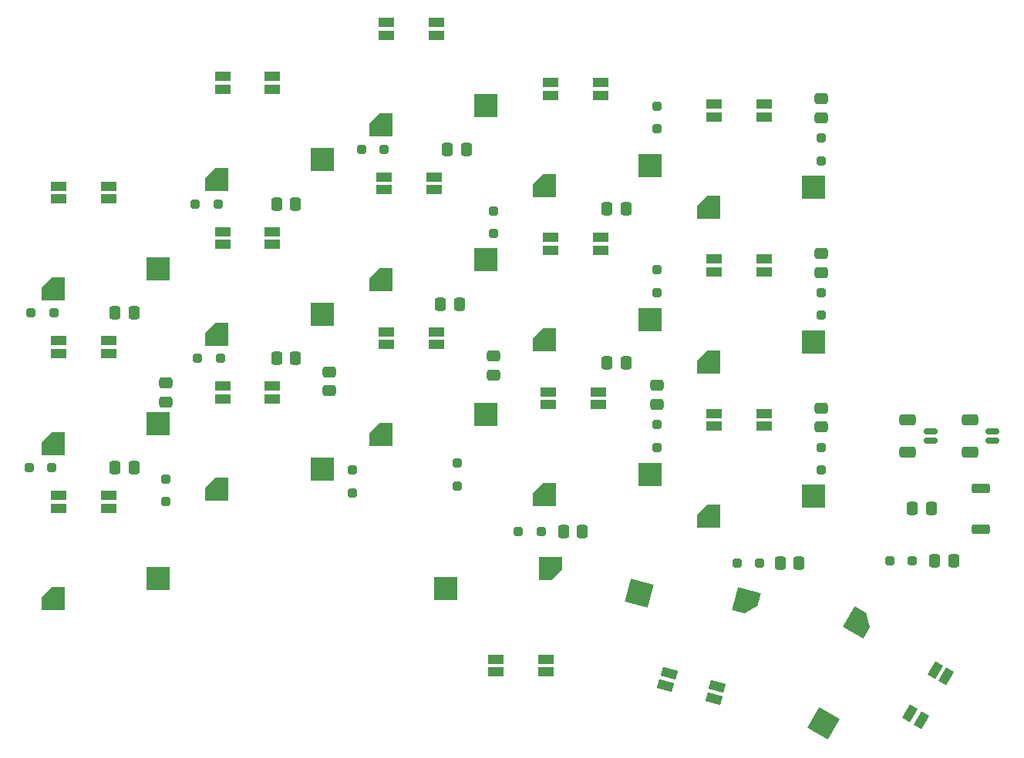
<source format=gtp>
G04 #@! TF.GenerationSoftware,KiCad,Pcbnew,9.0.7*
G04 #@! TF.CreationDate,2026-01-10T01:28:45+01:00*
G04 #@! TF.ProjectId,chocofi,63686f63-6f66-4692-9e6b-696361645f70,2.1*
G04 #@! TF.SameCoordinates,Original*
G04 #@! TF.FileFunction,Paste,Top*
G04 #@! TF.FilePolarity,Positive*
%FSLAX46Y46*%
G04 Gerber Fmt 4.6, Leading zero omitted, Abs format (unit mm)*
G04 Created by KiCad (PCBNEW 9.0.7) date 2026-01-10 01:28:45*
%MOMM*%
%LPD*%
G01*
G04 APERTURE LIST*
G04 Aperture macros list*
%AMRoundRect*
0 Rectangle with rounded corners*
0 $1 Rounding radius*
0 $2 $3 $4 $5 $6 $7 $8 $9 X,Y pos of 4 corners*
0 Add a 4 corners polygon primitive as box body*
4,1,4,$2,$3,$4,$5,$6,$7,$8,$9,$2,$3,0*
0 Add four circle primitives for the rounded corners*
1,1,$1+$1,$2,$3*
1,1,$1+$1,$4,$5*
1,1,$1+$1,$6,$7*
1,1,$1+$1,$8,$9*
0 Add four rect primitives between the rounded corners*
20,1,$1+$1,$2,$3,$4,$5,0*
20,1,$1+$1,$4,$5,$6,$7,0*
20,1,$1+$1,$6,$7,$8,$9,0*
20,1,$1+$1,$8,$9,$2,$3,0*%
%AMRotRect*
0 Rectangle, with rotation*
0 The origin of the aperture is its center*
0 $1 length*
0 $2 width*
0 $3 Rotation angle, in degrees counterclockwise*
0 Add horizontal line*
21,1,$1,$2,0,0,$3*%
%AMOutline5P*
0 Free polygon, 5 corners , with rotation*
0 The origin of the aperture is its center*
0 number of corners: always 5*
0 $1 to $10 corner X, Y*
0 $11 Rotation angle, in degrees counterclockwise*
0 create outline with 5 corners*
4,1,5,$1,$2,$3,$4,$5,$6,$7,$8,$9,$10,$1,$2,$11*%
%AMOutline6P*
0 Free polygon, 6 corners , with rotation*
0 The origin of the aperture is its center*
0 number of corners: always 6*
0 $1 to $12 corner X, Y*
0 $13 Rotation angle, in degrees counterclockwise*
0 create outline with 6 corners*
4,1,6,$1,$2,$3,$4,$5,$6,$7,$8,$9,$10,$11,$12,$1,$2,$13*%
%AMOutline7P*
0 Free polygon, 7 corners , with rotation*
0 The origin of the aperture is its center*
0 number of corners: always 7*
0 $1 to $14 corner X, Y*
0 $15 Rotation angle, in degrees counterclockwise*
0 create outline with 7 corners*
4,1,7,$1,$2,$3,$4,$5,$6,$7,$8,$9,$10,$11,$12,$13,$14,$1,$2,$15*%
%AMOutline8P*
0 Free polygon, 8 corners , with rotation*
0 The origin of the aperture is its center*
0 number of corners: always 8*
0 $1 to $16 corner X, Y*
0 $17 Rotation angle, in degrees counterclockwise*
0 create outline with 8 corners*
4,1,8,$1,$2,$3,$4,$5,$6,$7,$8,$9,$10,$11,$12,$13,$14,$15,$16,$1,$2,$17*%
G04 Aperture macros list end*
%ADD10RoundRect,0.150000X0.625000X-0.150000X0.625000X0.150000X-0.625000X0.150000X-0.625000X-0.150000X0*%
%ADD11RoundRect,0.250000X0.650000X-0.350000X0.650000X0.350000X-0.650000X0.350000X-0.650000X-0.350000X0*%
%ADD12R,1.700000X1.000000*%
%ADD13RoundRect,0.250000X-0.337500X-0.475000X0.337500X-0.475000X0.337500X0.475000X-0.337500X0.475000X0*%
%ADD14Outline5P,-1.300000X0.130000X-0.130000X1.300000X1.300000X1.300000X1.300000X-1.300000X-1.300000X-1.300000X0.000000*%
%ADD15R,2.600000X2.600000*%
%ADD16RoundRect,0.250000X-0.250000X0.250000X-0.250000X-0.250000X0.250000X-0.250000X0.250000X0.250000X0*%
%ADD17RoundRect,0.250000X0.250000X-0.250000X0.250000X0.250000X-0.250000X0.250000X-0.250000X-0.250000X0*%
%ADD18RoundRect,0.250000X-0.250000X-0.250000X0.250000X-0.250000X0.250000X0.250000X-0.250000X0.250000X0*%
%ADD19Outline5P,-1.300000X0.130000X-0.130000X1.300000X1.300000X1.300000X1.300000X-1.300000X-1.300000X-1.300000X165.000000*%
%ADD20RotRect,2.600000X2.600000X165.000000*%
%ADD21RotRect,1.700000X1.000000X165.000000*%
%ADD22Outline5P,-1.300000X0.130000X-0.130000X1.300000X1.300000X1.300000X1.300000X-1.300000X-1.300000X-1.300000X180.000000*%
%ADD23RoundRect,0.250000X-0.475000X0.337500X-0.475000X-0.337500X0.475000X-0.337500X0.475000X0.337500X0*%
%ADD24Outline5P,-1.300000X0.130000X-0.130000X1.300000X1.300000X1.300000X1.300000X-1.300000X-1.300000X-1.300000X240.000000*%
%ADD25RotRect,2.600000X2.600000X240.000000*%
%ADD26RotRect,1.700000X1.000000X240.000000*%
%ADD27RoundRect,0.250000X-0.750000X0.275000X-0.750000X-0.275000X0.750000X-0.275000X0.750000X0.275000X0*%
G04 APERTURE END LIST*
D10*
X179000000Y-93000000D03*
X179000000Y-92000000D03*
D11*
X176475000Y-94300000D03*
X176475000Y-90700000D03*
D10*
X185825000Y-93000000D03*
X185825000Y-92000000D03*
D11*
X183300000Y-94300000D03*
X183300000Y-90700000D03*
D12*
X106750000Y-53000000D03*
X106750000Y-54400000D03*
X101250000Y-54400000D03*
X101250000Y-53000000D03*
X124500000Y-64050000D03*
X124500000Y-65450000D03*
X119000000Y-65450000D03*
X119000000Y-64050000D03*
D13*
X179462500Y-106250000D03*
X181537500Y-106250000D03*
D14*
X136635000Y-64970000D03*
D15*
X148185000Y-62770000D03*
D16*
X167000000Y-59750000D03*
X167000000Y-62250000D03*
D14*
X100635000Y-98350000D03*
D15*
X112185000Y-96150000D03*
D13*
X89462500Y-96000000D03*
X91537500Y-96000000D03*
X125962500Y-61000000D03*
X128037500Y-61000000D03*
D16*
X127000000Y-95500000D03*
X127000000Y-98000000D03*
D17*
X95000000Y-99750000D03*
X95000000Y-97250000D03*
D18*
X174500000Y-106250000D03*
X177000000Y-106250000D03*
D13*
X107212500Y-84000000D03*
X109287500Y-84000000D03*
D16*
X149000000Y-56250000D03*
X149000000Y-58750000D03*
D12*
X106750000Y-70050000D03*
X106750000Y-71450000D03*
X101250000Y-71450000D03*
X101250000Y-70050000D03*
D19*
X158763380Y-110680374D03*
D20*
X147037535Y-109816051D03*
D21*
X149912531Y-119964396D03*
X150274877Y-118612101D03*
X155587469Y-120035604D03*
X155225123Y-121387899D03*
D12*
X160750000Y-90050000D03*
X160750000Y-91450000D03*
X155250000Y-91450000D03*
X155250000Y-90050000D03*
D13*
X143462500Y-84500000D03*
X145537500Y-84500000D03*
D18*
X80250000Y-79000000D03*
X82750000Y-79000000D03*
D22*
X137285000Y-107040000D03*
D15*
X125735000Y-109240000D03*
D13*
X107212500Y-67000000D03*
X109287500Y-67000000D03*
D12*
X88750000Y-65050000D03*
X88750000Y-66450000D03*
X83250000Y-66450000D03*
X83250000Y-65050000D03*
D18*
X133750000Y-103000000D03*
X136250000Y-103000000D03*
D14*
X136635000Y-98975000D03*
D15*
X148185000Y-96775000D03*
D12*
X124750000Y-81050000D03*
X124750000Y-82450000D03*
X119250000Y-82450000D03*
X119250000Y-81050000D03*
D18*
X98500000Y-84000000D03*
X101000000Y-84000000D03*
D14*
X154635000Y-84350000D03*
D15*
X166185000Y-82150000D03*
D16*
X167000000Y-76750000D03*
X167000000Y-79250000D03*
D14*
X82635000Y-76350000D03*
D15*
X94185000Y-74150000D03*
D14*
X118635000Y-58350000D03*
D15*
X130185000Y-56150000D03*
D12*
X88750000Y-82050000D03*
X88750000Y-83450000D03*
X83250000Y-83450000D03*
X83250000Y-82050000D03*
X160750000Y-56050000D03*
X160750000Y-57450000D03*
X155250000Y-57450000D03*
X155250000Y-56050000D03*
D14*
X82635000Y-93350000D03*
D15*
X94185000Y-91150000D03*
D12*
X160750000Y-73050000D03*
X160750000Y-74450000D03*
X155250000Y-74450000D03*
X155250000Y-73050000D03*
D14*
X118635000Y-92350000D03*
D15*
X130185000Y-90150000D03*
D23*
X167000000Y-55462500D03*
X167000000Y-57537500D03*
D13*
X162462500Y-106500000D03*
X164537500Y-106500000D03*
X177000000Y-100500000D03*
X179075000Y-100500000D03*
D23*
X149000000Y-86962500D03*
X149000000Y-89037500D03*
D14*
X100635000Y-81350000D03*
D15*
X112185000Y-79150000D03*
D18*
X98250000Y-67000000D03*
X100750000Y-67000000D03*
D16*
X167000000Y-93750000D03*
X167000000Y-96250000D03*
X131000000Y-67750000D03*
X131000000Y-70250000D03*
D12*
X131250000Y-118450000D03*
X131250000Y-117050000D03*
X136750000Y-117050000D03*
X136750000Y-118450000D03*
D14*
X154635000Y-67350000D03*
D15*
X166185000Y-65150000D03*
D24*
X171144649Y-112978767D03*
D25*
X167274905Y-124081360D03*
D13*
X125175000Y-78000000D03*
X127250000Y-78000000D03*
D23*
X167000000Y-89462500D03*
X167000000Y-91537500D03*
X131000000Y-83712500D03*
X131000000Y-85787500D03*
D12*
X142500000Y-87675000D03*
X142500000Y-89075000D03*
X137000000Y-89075000D03*
X137000000Y-87675000D03*
D18*
X157750000Y-106500000D03*
X160250000Y-106500000D03*
D16*
X149000000Y-91250000D03*
X149000000Y-93750000D03*
D23*
X113000000Y-85462500D03*
X113000000Y-87537500D03*
D18*
X116500000Y-61000000D03*
X119000000Y-61000000D03*
D14*
X136635000Y-81970000D03*
D15*
X148185000Y-79770000D03*
D12*
X106750000Y-87050000D03*
X106750000Y-88450000D03*
X101250000Y-88450000D03*
X101250000Y-87050000D03*
X142750000Y-70675000D03*
X142750000Y-72075000D03*
X137250000Y-72075000D03*
X137250000Y-70675000D03*
D18*
X80000000Y-96000000D03*
X82500000Y-96000000D03*
D16*
X115500000Y-96250000D03*
X115500000Y-98750000D03*
D12*
X142750000Y-53675000D03*
X142750000Y-55075000D03*
X137250000Y-55075000D03*
X137250000Y-53675000D03*
D16*
X149000000Y-74250000D03*
X149000000Y-76750000D03*
D26*
X177981218Y-123731570D03*
X176768782Y-123031570D03*
X179518782Y-118268430D03*
X180731218Y-118968430D03*
D13*
X138675000Y-103000000D03*
X140750000Y-103000000D03*
D12*
X88750000Y-99050000D03*
X88750000Y-100450000D03*
X83250000Y-100450000D03*
X83250000Y-99050000D03*
D14*
X100635000Y-64350000D03*
D15*
X112185000Y-62150000D03*
D14*
X82635000Y-110350000D03*
D15*
X94185000Y-108150000D03*
D13*
X143462500Y-67500000D03*
X145537500Y-67500000D03*
D23*
X167000000Y-72462500D03*
X167000000Y-74537500D03*
D14*
X154635000Y-101350000D03*
D15*
X166185000Y-99150000D03*
D13*
X89462500Y-79000000D03*
X91537500Y-79000000D03*
D27*
X184500000Y-98275000D03*
X184500000Y-102725000D03*
D23*
X95000000Y-86712500D03*
X95000000Y-88787500D03*
D14*
X118635000Y-75350000D03*
D15*
X130185000Y-73150000D03*
D12*
X124750000Y-47050000D03*
X124750000Y-48450000D03*
X119250000Y-48450000D03*
X119250000Y-47050000D03*
M02*

</source>
